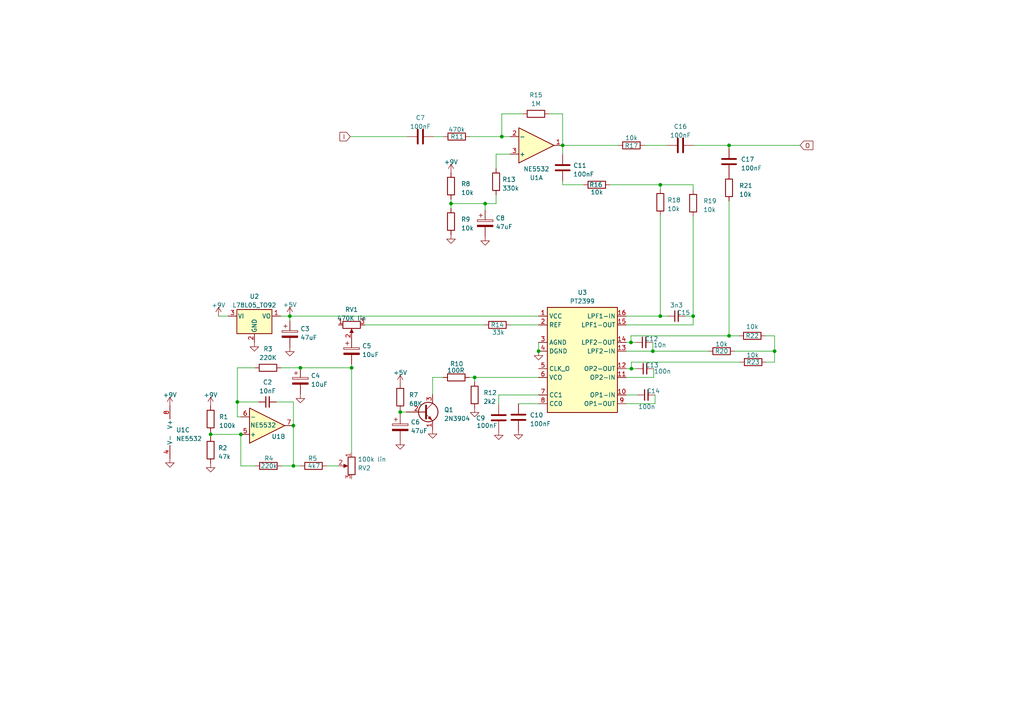
<source format=kicad_sch>
(kicad_sch (version 20230121) (generator eeschema)
  (paper "A4")
  (title_block (title "Little Angel Chorus") (date "2023-05-25") (rev "3.0 - Birthday Edition") (company "Rick Holt - Frequency Central"))
  (lib_symbols
    (symbol "Amplifier_Operational:NE5532" (pin_names (offset 0.127))
      (property "Reference" "U" (at 0 5.08 0))
      (property "Value" "NE5532" (at 0 -5.08 0))
      (symbol "NE5532_1_1"
        (polyline (pts (xy -5.08 5.08) (xy 5.08 0) (xy -5.08 -5.08) (xy -5.08 5.08)) (stroke (width 0.254)) (fill (type background)))
        (pin output line (at 7.62 0 180) (length 2.54) (name "~") (number "1"))
        (pin input line (at -7.62 -2.54 0) (length 2.54) (name "-") (number "2"))
        (pin input line (at -7.62 2.54 0) (length 2.54) (name "+") (number "3"))
      )
      (symbol "NE5532_2_1"
        (polyline (pts (xy -5.08 5.08) (xy 5.08 0) (xy -5.08 -5.08) (xy -5.08 5.08)) (stroke (width 0.254)) (fill (type background)))
        (pin input line (at -7.62 2.54 0) (length 2.54) (name "+") (number "5"))
        (pin input line (at -7.62 -2.54 0) (length 2.54) (name "-") (number "6"))
        (pin output line (at 7.62 0 180) (length 2.54) (name "~") (number "7"))
      )
      (symbol "NE5532_3_1"
        (pin power_in line (at -2.54 -7.62 90) (length 3.81) (name "V-") (number "4"))
        (pin power_in line (at -2.54 7.62 270) (length 3.81) (name "V+") (number "8"))
      )
    )
    (symbol "Audio:PT2399"
      (property "Reference" "U" (at 0 17.78 0))
      (property "Value" "PT2399" (at 0 -17.78 0))
      (symbol "PT2399_0_1"
        (rectangle (start -10.16 15.24) (end 10.16 -15.24) (stroke (width 0.254)) (fill (type background)))
      )
      (symbol "PT2399_1_1"
        (pin power_in line (at -12.7 12.7 0) (length 2.54) (name "VCC") (number "1"))
        (pin input line (at 12.7 -10.16 180) (length 2.54) (name "OP1-IN") (number "10"))
        (pin input line (at 12.7 -5.08 180) (length 2.54) (name "OP2-IN") (number "11"))
        (pin output line (at 12.7 -2.54 180) (length 2.54) (name "OP2-OUT") (number "12"))
        (pin input line (at 12.7 2.54 180) (length 2.54) (name "LPF2-IN") (number "13"))
        (pin output line (at 12.7 5.08 180) (length 2.54) (name "LPF2-OUT") (number "14"))
        (pin output line (at 12.7 10.16 180) (length 2.54) (name "LPF1-OUT") (number "15"))
        (pin input line (at 12.7 12.7 180) (length 2.54) (name "LPF1-IN") (number "16"))
        (pin passive line (at -12.7 10.16 0) (length 2.54) (name "REF") (number "2"))
        (pin power_in line (at -12.7 5.08 0) (length 2.54) (name "AGND") (number "3"))
        (pin power_in line (at -12.7 2.54 0) (length 2.54) (name "DGND") (number "4"))
        (pin passive line (at -12.7 -2.54 0) (length 2.54) (name "CLK_O") (number "5"))
        (pin passive line (at -12.7 -5.08 0) (length 2.54) (name "VCO") (number "6"))
        (pin passive line (at -12.7 -10.16 0) (length 2.54) (name "CC1") (number "7"))
        (pin passive line (at -12.7 -12.7 0) (length 2.54) (name "CC0") (number "8"))
        (pin output line (at 12.7 -12.7 180) (length 2.54) (name "OP1-OUT") (number "9"))
      )
    )
    (symbol "Device:C" (pin_numbers hide) (pin_names (offset 0.254))
      (property "Reference" "C" (at 0.635 2.54 0))
      (property "Value" "C" (at 0.635 -2.54 0))
      (symbol "C_0_1"
        (polyline (pts (xy -2.032 -0.762) (xy 2.032 -0.762)) (stroke (width 0.508)))
        (polyline (pts (xy -2.032 0.762) (xy 2.032 0.762)) (stroke (width 0.508)))
      )
      (symbol "C_1_1"
        (pin passive line (at 0 3.81 270) (length 2.794) (name "~") (number "1"))
        (pin passive line (at 0 -3.81 90) (length 2.794) (name "~") (number "2"))
      )
    )
    (symbol "Device:C_Polarized" (pin_numbers hide) (pin_names (offset 0.254))
      (property "Reference" "C" (at 0.635 2.54 0))
      (property "Value" "C_Polarized" (at 0.635 -2.54 0))
      (symbol "C_Polarized_0_1"
        (rectangle (start -2.286 0.508) (end 2.286 1.016))
        (polyline (pts (xy -1.778 2.286) (xy -0.762 2.286)))
        (polyline (pts (xy -1.27 2.794) (xy -1.27 1.778)))
        (rectangle (start 2.286 -0.508) (end -2.286 -1.016) (fill (type outline)))
      )
      (symbol "C_Polarized_1_1"
        (pin passive line (at 0 3.81 270) (length 2.794) (name "~") (number "1"))
        (pin passive line (at 0 -3.81 90) (length 2.794) (name "~") (number "2"))
      )
    )
    (symbol "Device:C_Small" (pin_numbers hide) (pin_names (offset 0.254) hide)
      (property "Reference" "C" (at 0.254 1.778 0))
      (property "Value" "C_Small" (at 0.254 -2.032 0))
      (symbol "C_Small_0_1"
        (polyline (pts (xy -1.524 -0.508) (xy 1.524 -0.508)) (stroke (width 0.3302)))
        (polyline (pts (xy -1.524 0.508) (xy 1.524 0.508)) (stroke (width 0.3048)))
      )
      (symbol "C_Small_1_1"
        (pin passive line (at 0 2.54 270) (length 2.032) (name "~") (number "1"))
        (pin passive line (at 0 -2.54 90) (length 2.032) (name "~") (number "2"))
      )
    )
    (symbol "Device:R" (pin_numbers hide) (pin_names (offset 0))
      (property "Reference" "R" (at 2.032 0 90))
      (property "Value" "R" (at 0 0 90))
      (symbol "R_0_1"
        (rectangle (start -1.016 -2.54) (end 1.016 2.54) (stroke (width 0.254)))
      )
      (symbol "R_1_1"
        (pin passive line (at 0 3.81 270) (length 1.27) (name "~") (number "1"))
        (pin passive line (at 0 -3.81 90) (length 1.27) (name "~") (number "2"))
      )
    )
    (symbol "Device:R_Potentiometer" (pin_names (offset 1.016) hide)
      (property "Reference" "RV" (at -4.445 0 90))
      (property "Value" "R_Potentiometer" (at -2.54 0 90))
      (symbol "R_Potentiometer_0_1"
        (polyline (pts (xy 2.54 0) (xy 1.524 0)))
        (polyline (pts (xy 1.143 0) (xy 2.286 0.508) (xy 2.286 -0.508) (xy 1.143 0)) (fill (type outline)))
        (rectangle (start 1.016 2.54) (end -1.016 -2.54) (stroke (width 0.254)))
      )
      (symbol "R_Potentiometer_1_1"
        (pin passive line (at 0 3.81 270) (length 1.27) (name "1") (number "1"))
        (pin passive line (at 3.81 0 180) (length 1.27) (name "2") (number "2"))
        (pin passive line (at 0 -3.81 90) (length 1.27) (name "3") (number "3"))
      )
    )
    (symbol "Regulator_Linear:L78L05_TO92" (pin_names (offset 0.254))
      (property "Reference" "U" (at -3.81 3.175 0))
      (property "Value" "L78L05_TO92" (at 0 3.175 0))
      (symbol "L78L05_TO92_0_1"
        (rectangle (start -5.08 -5.08) (end 5.08 1.905) (stroke (width 0.254)) (fill (type background)))
      )
      (symbol "L78L05_TO92_1_1"
        (pin power_out line (at 7.62 0 180) (length 2.54) (name "VO") (number "1"))
        (pin power_in line (at 0 -7.62 90) (length 2.54) (name "GND") (number "2"))
        (pin power_in line (at -7.62 0 0) (length 2.54) (name "VI") (number "3"))
      )
    )
    (symbol "Transistor_BJT:2N3904" (pin_names (offset 0) hide)
      (property "Reference" "Q" (at 5.08 1.905 0))
      (property "Value" "2N3904" (at 5.08 0 0))
      (symbol "2N3904_0_1"
        (polyline (pts (xy 0.635 0.635) (xy 2.54 2.54)))
        (polyline (pts (xy 0.635 -0.635) (xy 2.54 -2.54) (xy 2.54 -2.54)))
        (polyline (pts (xy 0.635 1.905) (xy 0.635 -1.905) (xy 0.635 -1.905)) (stroke (width 0.508)))
        (polyline (pts (xy 1.27 -1.778) (xy 1.778 -1.27) (xy 2.286 -2.286) (xy 1.27 -1.778) (xy 1.27 -1.778)) (fill (type outline)))
        (circle (center 1.27 0) (radius 2.8194) (stroke (width 0.254)))
      )
      (symbol "2N3904_1_1"
        (pin passive line (at 2.54 -5.08 90) (length 2.54) (name "E") (number "1"))
        (pin passive line (at -5.08 0 0) (length 5.715) (name "B") (number "2"))
        (pin passive line (at 2.54 5.08 270) (length 2.54) (name "C") (number "3"))
      )
    )
    (symbol "power:+5V" (power) (pin_names (offset 0))
      (property "Value" "+5V" (at 0 3.556 0))
      (symbol "+5V_0_1"
        (polyline (pts (xy -0.762 1.27) (xy 0 2.54)))
        (polyline (pts (xy 0 0) (xy 0 2.54)))
        (polyline (pts (xy 0 2.54) (xy 0.762 1.27)))
      )
      (symbol "+5V_1_1"
        (pin power_in line (at 0 0 90) (length 0) hide (name "+5V") (number "1"))
      )
    )
    (symbol "power:+9V" (power) (pin_names (offset 0))
      (property "Value" "+9V" (at 0 3.556 0))
      (symbol "+9V_0_1"
        (polyline (pts (xy -0.762 1.27) (xy 0 2.54)))
        (polyline (pts (xy 0 0) (xy 0 2.54)))
        (polyline (pts (xy 0 2.54) (xy 0.762 1.27)))
      )
      (symbol "+9V_1_1"
        (pin power_in line (at 0 0 90) (length 0) hide (name "+9V") (number "1"))
      )
    )
    (symbol "power:GND" (power) (pin_names (offset 0))
      (property "Value" "GND" (at 0 -3.81 0))
      (symbol "GND_0_1"
        (polyline (pts (xy 0 0) (xy 0 -1.27) (xy 1.27 -1.27) (xy 0 -2.54) (xy -1.27 -1.27) (xy 0 -1.27)))
      )
      (symbol "GND_1_1"
        (pin power_in line (at 0 0 270) (length 0) hide (name "GND") (number "1"))
      )
    )
  )
  (junction (at 137.668 109.474))
  (junction (at 61.087 125.984))
  (junction (at 156.21 101.854))
  (junction (at 191.516 91.694))
  (junction (at 101.981 106.68))
  (junction (at 87.122 106.68))
  (junction (at 140.716 59.055))
  (junction (at 201.041 91.694))
  (junction (at 224.663 101.854))
  (junction (at 183.007 99.314))
  (junction (at 189.357 101.854))
  (junction (at 85.09 135.128))
  (junction (at 183.134 106.934))
  (junction (at 69.85 125.984))
  (junction (at 145.542 39.624))
  (junction (at 116.078 119.507))
  (junction (at 211.455 42.164))
  (junction (at 84.074 91.694))
  (junction (at 130.81 59.055))
  (junction (at 163.195 42.164))
  (junction (at 68.834 116.586))
  (junction (at 85.09 123.444))
  (junction (at 191.516 53.594))
  (junction (at 211.455 97.409))
  (wire (pts (xy 176.911 53.594) (xy 191.516 53.594)))
  (wire (pts (xy 189.992 117.094) (xy 189.992 114.554)))
  (wire (pts (xy 101.981 106.68) (xy 101.981 105.664)))
  (wire (pts (xy 198.755 91.694) (xy 201.041 91.694)))
  (wire (pts (xy 84.074 91.694) (xy 156.21 91.694)))
  (wire (pts (xy 163.195 42.164) (xy 179.324 42.164)))
  (wire (pts (xy 84.074 93.091) (xy 84.074 91.694)))
  (wire (pts (xy 189.357 101.854) (xy 205.486 101.854)))
  (wire (pts (xy 105.791 94.234) (xy 140.462 94.234)))
  (wire (pts (xy 68.834 120.904) (xy 69.85 120.904)))
  (wire (pts (xy 148.082 94.234) (xy 156.21 94.234)))
  (wire (pts (xy 211.455 97.409) (xy 214.376 97.409)))
  (wire (pts (xy 186.944 42.164) (xy 193.548 42.164)))
  (wire (pts (xy 224.663 101.854) (xy 224.663 105.029)))
  (wire (pts (xy 81.407 91.694) (xy 84.074 91.694)))
  (wire (pts (xy 117.856 119.507) (xy 116.078 119.507)))
  (wire (pts (xy 224.663 97.409) (xy 224.663 101.854)))
  (wire (pts (xy 221.996 97.409) (xy 224.663 97.409)))
  (wire (pts (xy 189.611 109.474) (xy 189.611 106.934)))
  (wire (pts (xy 136.271 39.624) (xy 145.542 39.624)))
  (wire (pts (xy 163.195 53.594) (xy 169.291 53.594)))
  (wire (pts (xy 183.007 97.409) (xy 183.007 99.314)))
  (wire (pts (xy 181.61 91.694) (xy 191.516 91.694)))
  (wire (pts (xy 163.195 42.164) (xy 163.195 33.02)))
  (wire (pts (xy 224.663 105.029) (xy 222.25 105.029)))
  (wire (pts (xy 61.087 125.984) (xy 69.85 125.984)))
  (wire (pts (xy 68.834 106.68) (xy 68.834 116.586)))
  (wire (pts (xy 211.455 58.293) (xy 211.455 97.409)))
  (wire (pts (xy 61.087 125.984) (xy 61.087 126.746)))
  (wire (pts (xy 181.61 117.094) (xy 189.992 117.094)))
  (wire (pts (xy 163.195 42.164) (xy 163.195 44.831)))
  (wire (pts (xy 73.914 106.68) (xy 68.834 106.68)))
  (wire (pts (xy 183.134 106.934) (xy 184.531 106.934)))
  (wire (pts (xy 183.134 105.029) (xy 183.134 106.934)))
  (wire (pts (xy 101.981 106.68) (xy 101.981 131.318)))
  (wire (pts (xy 181.61 99.314) (xy 183.007 99.314)))
  (wire (pts (xy 163.195 52.451) (xy 163.195 53.594)))
  (wire (pts (xy 191.516 53.594) (xy 201.041 53.594)))
  (wire (pts (xy 81.661 135.128) (xy 85.09 135.128)))
  (wire (pts (xy 130.81 60.452) (xy 130.81 59.055)))
  (wire (pts (xy 181.61 94.234) (xy 201.041 94.234)))
  (wire (pts (xy 101.6 39.624) (xy 118.11 39.624)))
  (wire (pts (xy 201.041 91.694) (xy 201.041 94.234)))
  (wire (pts (xy 211.455 42.164) (xy 232.029 42.164)))
  (wire (pts (xy 125.476 109.474) (xy 125.476 114.427)))
  (wire (pts (xy 145.542 39.624) (xy 147.955 39.624)))
  (wire (pts (xy 130.81 59.055) (xy 130.81 57.785)))
  (wire (pts (xy 214.63 105.029) (xy 183.134 105.029)))
  (wire (pts (xy 128.524 109.474) (xy 125.476 109.474)))
  (wire (pts (xy 191.516 62.484) (xy 191.516 91.694)))
  (wire (pts (xy 80.137 116.586) (xy 85.09 116.586)))
  (wire (pts (xy 69.85 135.128) (xy 74.041 135.128)))
  (wire (pts (xy 151.638 33.02) (xy 145.542 33.02)))
  (wire (pts (xy 87.122 106.68) (xy 101.981 106.68)))
  (wire (pts (xy 75.057 116.586) (xy 68.834 116.586)))
  (wire (pts (xy 85.09 116.586) (xy 85.09 123.444)))
  (wire (pts (xy 156.21 99.314) (xy 156.21 101.854)))
  (wire (pts (xy 213.106 101.854) (xy 224.663 101.854)))
  (wire (pts (xy 143.891 44.704) (xy 143.891 48.895)))
  (wire (pts (xy 201.041 62.738) (xy 201.041 91.694)))
  (wire (pts (xy 94.742 135.128) (xy 98.171 135.128)))
  (wire (pts (xy 116.078 119.507) (xy 116.078 118.999)))
  (wire (pts (xy 183.134 106.934) (xy 181.61 106.934)))
  (wire (pts (xy 181.61 109.474) (xy 189.611 109.474)))
  (wire (pts (xy 130.81 59.055) (xy 140.716 59.055)))
  (wire (pts (xy 137.668 109.474) (xy 137.668 110.744)))
  (wire (pts (xy 116.078 119.507) (xy 116.078 120.142)))
  (wire (pts (xy 145.542 33.02) (xy 145.542 39.624)))
  (wire (pts (xy 201.168 42.164) (xy 211.455 42.164)))
  (wire (pts (xy 85.09 135.128) (xy 87.122 135.128)))
  (wire (pts (xy 140.716 60.96) (xy 140.716 59.055)))
  (wire (pts (xy 183.007 97.409) (xy 211.455 97.409)))
  (wire (pts (xy 144.653 114.554) (xy 156.21 114.554)))
  (wire (pts (xy 181.61 101.854) (xy 189.357 101.854)))
  (wire (pts (xy 189.357 99.314) (xy 189.357 101.854)))
  (wire (pts (xy 143.891 59.055) (xy 140.716 59.055)))
  (wire (pts (xy 211.455 42.164) (xy 211.455 43.053)))
  (wire (pts (xy 66.167 91.694) (xy 63.373 91.694)))
  (wire (pts (xy 136.144 109.474) (xy 137.668 109.474)))
  (wire (pts (xy 68.834 116.586) (xy 68.834 120.904)))
  (wire (pts (xy 69.85 125.984) (xy 69.85 135.128)))
  (wire (pts (xy 85.09 123.444) (xy 85.09 135.128)))
  (wire (pts (xy 163.195 33.02) (xy 159.258 33.02)))
  (wire (pts (xy 143.891 56.515) (xy 143.891 59.055)))
  (wire (pts (xy 61.087 125.349) (xy 61.087 125.984)))
  (wire (pts (xy 183.007 99.314) (xy 184.277 99.314)))
  (wire (pts (xy 137.668 109.474) (xy 156.21 109.474)))
  (wire (pts (xy 147.955 44.704) (xy 143.891 44.704)))
  (wire (pts (xy 156.21 117.094) (xy 150.368 117.094)))
  (wire (pts (xy 81.534 106.68) (xy 87.122 106.68)))
  (wire (pts (xy 201.041 53.594) (xy 201.041 55.118)))
  (wire (pts (xy 191.516 91.694) (xy 193.675 91.694)))
  (wire (pts (xy 150.368 117.094) (xy 150.368 117.221)))
  (wire (pts (xy 144.653 117.348) (xy 144.653 114.554)))
  (wire (pts (xy 125.73 39.624) (xy 128.651 39.624)))
  (wire (pts (xy 191.516 54.864) (xy 191.516 53.594)))
  (wire (pts (xy 181.61 114.554) (xy 184.912 114.554)))
  (global_label "I" (shape input) (at 101.6 39.624 180) (property "Intersheetrefs" "${INTERSHEET_REFS}" (effects hide)))
  (global_label "O" (shape input) (at 232.029 42.164 0) (property "Intersheetrefs" "${INTERSHEET_REFS}" (effects hide)))
  (symbol (lib_id "Device:C") (at 121.92 39.624 90) (unit 1)
    (property "Reference" "C7" (at 121.92 34.163 90))
    (property "Value" "100nF" (at 121.92 36.703 90))
    (property "Footprint" "Capacitor_THT:C_Disc_D7.0mm_W2.5mm_P5.00mm" (effects hide))
  )
  (symbol (lib_id "power:GND") (at 87.122 114.3 0) (unit 1)
    (property "Reference" "#PWR010" (effects hide))
    (property "Value" "Earth" (effects hide))
  )
  (symbol (lib_id "Device:R") (at 77.851 135.128 90) (unit 1)
    (property "Reference" "R4" (at 77.978 132.969 90))
    (property "Value" "220k" (at 77.978 135.128 90))
    (property "Footprint" "Resistor_THT:R_Axial_DIN0204_L3.6mm_D1.6mm_P7.62mm_Horizontal" (effects hide))
  )
  (symbol (lib_id "power:+9V") (at 130.81 50.165 0) (unit 1)
    (property "Reference" "#PWR016" (effects hide))
    (property "Value" "+9V" (at 130.81 46.99 0))
  )
  (symbol (lib_id "Device:C_Polarized") (at 84.074 96.901 0) (unit 1)
    (property "Reference" "C3" (at 87.122 95.377 0) (effects (justify left)))
    (property "Value" "47uF" (at 87.122 97.917 0) (effects (justify left)))
    (property "Footprint" "Capacitor_THT:CP_Radial_D6.3mm_P2.50mm" (effects hide))
  )
  (symbol (lib_id "Device:R") (at 183.134 42.164 90) (unit 1)
    (property "Reference" "R17" (at 183.134 42.291 90))
    (property "Value" "10k" (at 183.134 40.005 90))
    (property "Footprint" "Resistor_THT:R_Axial_DIN0204_L3.6mm_D1.6mm_P7.62mm_Horizontal" (effects hide))
  )
  (symbol (lib_id "Device:R") (at 218.186 97.409 270) (unit 1)
    (property "Reference" "R22" (at 218.186 97.409 90))
    (property "Value" "10k" (at 218.186 94.742 90))
    (property "Footprint" "Resistor_THT:R_Axial_DIN0204_L3.6mm_D1.6mm_P7.62mm_Horizontal" (effects hide))
  )
  (symbol (lib_id "Device:C_Polarized") (at 140.716 64.77 0) (unit 1)
    (property "Reference" "C8" (at 143.764 63.246 0) (effects (justify left)))
    (property "Value" "47uF" (at 143.764 65.786 0) (effects (justify left)))
    (property "Footprint" "Capacitor_THT:CP_Radial_D6.3mm_P2.50mm" (effects hide))
  )
  (symbol (lib_id "Device:R_Potentiometer") (at 101.981 94.234 90) (mirror x) (unit 1)
    (property "Reference" "RV1" (at 101.981 89.789 90))
    (property "Value" "470K lin" (at 101.981 92.329 90))
    (property "Footprint" "Potentiometer_THT:Potentiometer_Alpha_RD901F-40-00D_Single_Vertical" (effects hide))
  )
  (symbol (lib_id "power:GND") (at 73.787 99.314 0) (unit 1)
    (property "Reference" "#PWR07" (effects hide))
    (property "Value" "Earth" (effects hide))
  )
  (symbol (lib_id "power:GND") (at 156.21 101.854 0) (unit 1)
    (property "Reference" "#PWR022" (effects hide))
    (property "Value" "Earth" (effects hide))
  )
  (symbol (lib_id "Device:R") (at 144.272 94.234 90) (unit 1)
    (property "Reference" "R14" (at 144.272 94.234 90))
    (property "Value" "33k" (at 144.526 96.393 90))
    (property "Footprint" "Resistor_THT:R_Axial_DIN0204_L3.6mm_D1.6mm_P7.62mm_Horizontal" (effects hide))
  )
  (symbol (lib_id "Device:R") (at 173.101 53.594 90) (unit 1)
    (property "Reference" "R16" (at 172.847 53.594 90))
    (property "Value" "10k" (at 173.101 55.753 90))
    (property "Footprint" "Resistor_THT:R_Axial_DIN0204_L3.6mm_D1.6mm_P7.62mm_Horizontal" (effects hide))
  )
  (symbol (lib_id "power:GND") (at 61.087 134.366 0) (unit 1)
    (property "Reference" "#PWR04" (effects hide))
    (property "Value" "Earth" (effects hide))
  )
  (symbol (lib_id "power:+5V") (at 116.078 111.379 0) (unit 1)
    (property "Reference" "#PWR013" (effects hide))
    (property "Value" "+5V" (at 116.078 108.077 0))
  )
  (symbol (lib_id "Device:R") (at 155.448 33.02 90) (unit 1)
    (property "Reference" "R15" (at 155.448 27.559 90))
    (property "Value" "1M" (at 155.448 30.099 90))
    (property "Footprint" "Resistor_THT:R_Axial_DIN0204_L3.6mm_D1.6mm_P7.62mm_Horizontal" (effects hide))
  )
  (symbol (lib_id "Device:R") (at 132.461 39.624 90) (unit 1)
    (property "Reference" "R11" (at 132.588 39.624 90))
    (property "Value" "470k" (at 132.461 37.592 90))
    (property "Footprint" "Resistor_THT:R_Axial_DIN0204_L3.6mm_D1.6mm_P7.62mm_Horizontal" (effects hide))
  )
  (symbol (lib_id "Device:C_Small") (at 77.597 116.586 90) (unit 1)
    (property "Reference" "C2" (at 77.6033 110.871 90))
    (property "Value" "10nF" (at 77.6033 113.411 90))
    (property "Footprint" "Capacitor_THT:C_Disc_D7.0mm_W2.5mm_P5.00mm" (effects hide))
  )
  (symbol (lib_id "Device:C_Small") (at 196.215 91.694 90) (unit 1)
    (property "Reference" "C15" (at 198.247 90.678 90))
    (property "Value" "3n3" (at 196.2213 88.519 90))
    (property "Footprint" "Capacitor_THT:C_Disc_D7.0mm_W2.5mm_P5.00mm" (effects hide))
  )
  (symbol (lib_id "Audio:PT2399") (at 168.91 104.394 0) (unit 1)
    (property "Reference" "U3" (at 168.91 84.836 0))
    (property "Value" "PT2399" (at 168.91 87.376 0))
    (property "Footprint" "Package_DIP:DIP-16_W7.62mm" (effects hide))
    (property "Datasheet" "http://sound.westhost.com/pt2399.pdf" (effects hide))
  )
  (symbol (lib_id "Device:C_Polarized") (at 101.981 101.854 0) (unit 1)
    (property "Reference" "C5" (at 105.029 100.33 0) (effects (justify left)))
    (property "Value" "10uF" (at 105.029 102.87 0) (effects (justify left)))
    (property "Footprint" "Capacitor_THT:CP_Radial_D6.3mm_P2.50mm" (effects hide))
  )
  (symbol (lib_id "Device:C") (at 197.358 42.164 90) (unit 1)
    (property "Reference" "C16" (at 197.358 36.703 90))
    (property "Value" "100nF" (at 197.358 39.243 90))
    (property "Footprint" "Capacitor_THT:C_Disc_D7.0mm_W2.5mm_P5.00mm" (effects hide))
  )
  (symbol (lib_id "Device:R") (at 209.296 101.854 270) (unit 1)
    (property "Reference" "R20" (at 209.296 101.854 90))
    (property "Value" "10k" (at 209.296 99.822 90))
    (property "Footprint" "Resistor_THT:R_Axial_DIN0204_L3.6mm_D1.6mm_P7.62mm_Horizontal" (effects hide))
  )
  (symbol (lib_id "power:GND") (at 125.476 124.587 0) (unit 1)
    (property "Reference" "#PWR015" (effects hide))
    (property "Value" "Earth" (effects hide))
  )
  (symbol (lib_id "Device:R") (at 132.334 109.474 90) (unit 1)
    (property "Reference" "R10" (at 132.461 105.537 90))
    (property "Value" "100R" (at 132.207 107.442 90))
    (property "Footprint" "Resistor_THT:R_Axial_DIN0204_L3.6mm_D1.6mm_P7.62mm_Horizontal" (effects hide))
  )
  (symbol (lib_id "Device:R") (at 77.724 106.68 90) (unit 1)
    (property "Reference" "R3" (at 77.724 101.219 90))
    (property "Value" "220K" (at 77.724 103.759 90))
    (property "Footprint" "Resistor_THT:R_Axial_DIN0204_L3.6mm_D1.6mm_P7.62mm_Horizontal" (effects hide))
  )
  (symbol (lib_id "power:GND") (at 150.368 124.841 0) (unit 1)
    (property "Reference" "#PWR021" (effects hide))
    (property "Value" "Earth" (effects hide))
  )
  (symbol (lib_id "Device:R") (at 211.455 54.483 180) (unit 1)
    (property "Reference" "R21" (at 214.376 53.848 0) (effects (justify right)))
    (property "Value" "10k" (at 214.376 56.388 0) (effects (justify right)))
    (property "Footprint" "Resistor_THT:R_Axial_DIN0204_L3.6mm_D1.6mm_P7.62mm_Horizontal" (effects hide))
  )
  (symbol (lib_id "Device:R") (at 61.087 121.539 180) (unit 1)
    (property "Reference" "R1" (at 63.5 120.904 0) (effects (justify right)))
    (property "Value" "100k" (at 63.5 123.444 0) (effects (justify right)))
    (property "Footprint" "Resistor_THT:R_Axial_DIN0204_L3.6mm_D1.6mm_P7.62mm_Horizontal" (effects hide))
  )
  (symbol (lib_id "Device:R") (at 218.44 105.029 270) (unit 1)
    (property "Reference" "R23" (at 218.44 105.029 90))
    (property "Value" "10k" (at 218.313 102.997 90))
    (property "Footprint" "Resistor_THT:R_Axial_DIN0204_L3.6mm_D1.6mm_P7.62mm_Horizontal" (effects hide))
  )
  (symbol (lib_id "Device:R") (at 143.891 52.705 180) (unit 1)
    (property "Reference" "R13" (at 145.669 52.07 0) (effects (justify right)))
    (property "Value" "330k" (at 145.669 54.61 0) (effects (justify right)))
    (property "Footprint" "Resistor_THT:R_Axial_DIN0204_L3.6mm_D1.6mm_P7.62mm_Horizontal" (effects hide))
  )
  (symbol (lib_id "Device:C") (at 144.653 121.158 180) (unit 1)
    (property "Reference" "C9" (at 138.049 121.285 0) (effects (justify right)))
    (property "Value" "100nF" (at 138.176 123.444 0) (effects (justify right)))
    (property "Footprint" "Capacitor_THT:C_Disc_D7.0mm_W2.5mm_P5.00mm" (effects hide))
  )
  (symbol (lib_id "Device:R") (at 130.81 64.262 180) (unit 1)
    (property "Reference" "R9" (at 133.731 63.627 0) (effects (justify right)))
    (property "Value" "10k" (at 133.731 66.167 0) (effects (justify right)))
    (property "Footprint" "Resistor_THT:R_Axial_DIN0204_L3.6mm_D1.6mm_P7.62mm_Horizontal" (effects hide))
  )
  (symbol (lib_id "Transistor_BJT:2N3904") (at 122.936 119.507 0) (unit 1)
    (property "Reference" "Q1" (at 128.778 118.872 0) (effects (justify left)))
    (property "Value" "2N3904" (at 128.778 121.412 0) (effects (justify left)))
    (property "Footprint" "Package_TO_SOT_THT:TO-92S_Wide" (effects hide))
    (property "Datasheet" "https://www.onsemi.com/pub/Collateral/2N3903-D.PDF" (effects hide))
  )
  (symbol (lib_id "Device:R") (at 61.087 130.556 180) (unit 1)
    (property "Reference" "R2" (at 63.246 129.921 0) (effects (justify right)))
    (property "Value" "47k" (at 63.246 132.461 0) (effects (justify right)))
    (property "Footprint" "Resistor_THT:R_Axial_DIN0204_L3.6mm_D1.6mm_P7.62mm_Horizontal" (effects hide))
  )
  (symbol (lib_id "power:GND") (at 137.668 118.364 0) (unit 1)
    (property "Reference" "#PWR018" (effects hide))
    (property "Value" "Earth" (effects hide))
  )
  (symbol (lib_id "Device:C") (at 163.195 48.641 180) (unit 1)
    (property "Reference" "C11" (at 166.243 48.006 0) (effects (justify right)))
    (property "Value" "100nF" (at 166.243 50.546 0) (effects (justify right)))
    (property "Footprint" "Capacitor_THT:C_Disc_D7.0mm_W2.5mm_P5.00mm" (effects hide))
  )
  (symbol (lib_id "power:GND") (at 49.276 132.969 0) (unit 1)
    (property "Reference" "#PWR02" (effects hide))
    (property "Value" "Earth" (effects hide))
  )
  (symbol (lib_id "power:+9V") (at 63.373 91.694 0) (unit 1)
    (property "Reference" "#PWR05" (effects hide))
    (property "Value" "+9V" (at 63.373 88.519 0))
  )
  (symbol (lib_id "power:GND") (at 116.078 127.762 0) (unit 1)
    (property "Reference" "#PWR014" (effects hide))
    (property "Value" "Earth" (effects hide))
  )
  (symbol (lib_id "Device:R") (at 191.516 58.674 180) (unit 1)
    (property "Reference" "R18" (at 193.548 58.039 0) (effects (justify right)))
    (property "Value" "10k" (at 193.548 60.579 0) (effects (justify right)))
    (property "Footprint" "Resistor_THT:R_Axial_DIN0204_L3.6mm_D1.6mm_P7.62mm_Horizontal" (effects hide))
  )
  (symbol (lib_id "Device:C_Small") (at 187.452 114.554 90) (unit 1)
    (property "Reference" "C14" (at 189.484 113.411 90))
    (property "Value" "100n" (at 187.579 117.983 90))
    (property "Footprint" "Capacitor_THT:C_Disc_D7.0mm_W2.5mm_P5.00mm" (effects hide))
  )
  (symbol (lib_id "Amplifier_Operational:NE5532") (at 51.816 125.349 0) (unit 3)
    (property "Reference" "U1" (at 51.054 124.714 0) (effects (justify left)))
    (property "Value" "NE5532" (at 51.054 127.254 0) (effects (justify left)))
    (property "Footprint" "Package_DIP:DIP-8_W7.62mm" (effects hide))
    (property "Datasheet" "http://www.ti.com/lit/ds/symlink/ne5532.pdf" (effects hide))
  )
  (symbol (lib_id "Device:C") (at 211.455 46.863 180) (unit 1)
    (property "Reference" "C17" (at 214.884 46.228 0) (effects (justify right)))
    (property "Value" "100nF" (at 214.884 48.768 0) (effects (justify right)))
    (property "Footprint" "Capacitor_THT:C_Disc_D7.0mm_W2.5mm_P5.00mm" (effects hide))
  )
  (symbol (lib_id "Device:C_Small") (at 186.817 99.314 90) (unit 1)
    (property "Reference" "C12" (at 188.976 98.298 90))
    (property "Value" "10n" (at 191.389 100.076 90))
    (property "Footprint" "Capacitor_THT:C_Disc_D7.0mm_W2.5mm_P5.00mm" (effects hide))
  )
  (symbol (lib_id "power:GND") (at 84.074 100.711 0) (unit 1)
    (property "Reference" "#PWR09" (effects hide))
    (property "Value" "Earth" (effects hide))
  )
  (symbol (lib_id "power:+9V") (at 49.276 117.729 0) (unit 1)
    (property "Reference" "#PWR01" (effects hide))
    (property "Value" "+9V" (at 49.276 114.554 0))
  )
  (symbol (lib_id "Device:R") (at 116.078 115.189 180) (unit 1)
    (property "Reference" "R7" (at 118.618 114.554 0) (effects (justify right)))
    (property "Value" "68K" (at 118.618 117.094 0) (effects (justify right)))
    (property "Footprint" "Resistor_THT:R_Axial_DIN0204_L3.6mm_D1.6mm_P7.62mm_Horizontal" (effects hide))
  )
  (symbol (lib_id "Regulator_Linear:L78L05_TO92") (at 73.787 91.694 0) (unit 1)
    (property "Reference" "U2" (at 73.787 85.979 0))
    (property "Value" "L78L05_TO92" (at 73.787 88.519 0))
    (property "Footprint" "Package_TO_SOT_THT:TO-92S_Wide" (effects hide))
    (property "Datasheet" "http://www.st.com/content/ccc/resource/technical/document/datasheet/15/55/e5/aa/23/5b/43/fd/CD00000446.pdf/files/CD00000446.pdf/jcr:content/translations/en.CD00000446.pdf" (effects hide))
  )
  (symbol (lib_id "power:GND") (at 130.81 68.072 0) (unit 1)
    (property "Reference" "#PWR017" (effects hide))
    (property "Value" "Earth" (effects hide))
  )
  (symbol (lib_id "Device:R") (at 137.668 114.554 180) (unit 1)
    (property "Reference" "R12" (at 140.208 113.919 0) (effects (justify right)))
    (property "Value" "2k2" (at 140.208 116.459 0) (effects (justify right)))
    (property "Footprint" "Resistor_THT:R_Axial_DIN0204_L3.6mm_D1.6mm_P7.62mm_Horizontal" (effects hide))
  )
  (symbol (lib_id "power:+5V") (at 84.074 91.694 0) (unit 1)
    (property "Reference" "#PWR08" (effects hide))
    (property "Value" "+5V" (at 84.074 88.392 0))
  )
  (symbol (lib_id "Device:C_Polarized") (at 87.122 110.49 0) (unit 1)
    (property "Reference" "C4" (at 90.17 108.966 0) (effects (justify left)))
    (property "Value" "10uF" (at 90.17 111.506 0) (effects (justify left)))
    (property "Footprint" "Capacitor_THT:CP_Radial_D6.3mm_P2.50mm" (effects hide))
  )
  (symbol (lib_id "power:+9V") (at 61.087 117.729 0) (unit 1)
    (property "Reference" "#PWR03" (effects hide))
    (property "Value" "+9V" (at 61.087 114.554 0))
  )
  (symbol (lib_id "Device:C_Small") (at 187.071 106.934 90) (unit 1)
    (property "Reference" "C13" (at 189.103 105.918 90))
    (property "Value" "100n" (at 192.151 107.696 90))
    (property "Footprint" "Capacitor_THT:C_Disc_D7.0mm_W2.5mm_P5.00mm" (effects hide))
  )
  (symbol (lib_id "Device:C_Polarized") (at 116.078 123.952 0) (unit 1)
    (property "Reference" "C6" (at 119.126 122.428 0) (effects (justify left)))
    (property "Value" "47uF" (at 119.126 124.968 0) (effects (justify left)))
    (property "Footprint" "Capacitor_THT:CP_Radial_D6.3mm_P2.50mm" (effects hide))
  )
  (symbol (lib_id "power:GND") (at 140.716 68.58 0) (unit 1)
    (property "Reference" "#PWR019" (effects hide))
    (property "Value" "Earth" (effects hide))
  )
  (symbol (lib_id "Device:C") (at 150.368 121.031 180) (unit 1)
    (property "Reference" "C10" (at 153.67 120.396 0) (effects (justify right)))
    (property "Value" "100nF" (at 153.67 122.936 0) (effects (justify right)))
    (property "Footprint" "Capacitor_THT:C_Disc_D7.0mm_W2.5mm_P5.00mm" (effects hide))
  )
  (symbol (lib_id "Device:R_Potentiometer") (at 101.981 135.128 0) (mirror y) (unit 1)
    (property "Reference" "RV2" (at 103.759 135.763 0) (effects (justify right)))
    (property "Value" "100k lin" (at 103.759 133.223 0) (effects (justify right)))
    (property "Footprint" "Potentiometer_THT:Potentiometer_Alpha_RD901F-40-00D_Single_Vertical" (effects hide))
  )
  (symbol (lib_id "Device:R") (at 201.041 58.928 180) (unit 1)
    (property "Reference" "R19" (at 203.962 58.293 0) (effects (justify right)))
    (property "Value" "10k" (at 203.962 60.833 0) (effects (justify right)))
    (property "Footprint" "Resistor_THT:R_Axial_DIN0204_L3.6mm_D1.6mm_P7.62mm_Horizontal" (effects hide))
  )
  (symbol (lib_id "Amplifier_Operational:NE5532") (at 155.575 42.164 0) (mirror x) (unit 1)
    (property "Reference" "U1" (at 155.575 51.562 0))
    (property "Value" "NE5532" (at 155.575 49.022 0))
    (property "Footprint" "Package_DIP:DIP-8_W7.62mm" (effects hide))
    (property "Datasheet" "http://www.ti.com/lit/ds/symlink/ne5532.pdf" (effects hide))
  )
  (symbol (lib_id "Amplifier_Operational:NE5532") (at 77.47 123.444 0) (mirror x) (unit 2)
    (property "Reference" "U1" (at 80.772 126.619 0))
    (property "Value" "NE5532" (at 76.327 123.317 0))
    (property "Footprint" "Package_DIP:DIP-8_W7.62mm" (effects hide))
    (property "Datasheet" "http://www.ti.com/lit/ds/symlink/ne5532.pdf" (effects hide))
  )
  (symbol (lib_id "Device:R") (at 90.932 135.128 90) (unit 1)
    (property "Reference" "R5" (at 90.678 132.969 90))
    (property "Value" "4k7" (at 91.059 135.128 90))
    (property "Footprint" "Resistor_THT:R_Axial_DIN0204_L3.6mm_D1.6mm_P7.62mm_Horizontal" (effects hide))
  )
  (symbol (lib_id "Device:R") (at 130.81 53.975 180) (unit 1)
    (property "Reference" "R8" (at 133.731 53.34 0) (effects (justify right)))
    (property "Value" "10k" (at 133.731 55.88 0) (effects (justify right)))
    (property "Footprint" "Resistor_THT:R_Axial_DIN0204_L3.6mm_D1.6mm_P7.62mm_Horizontal" (effects hide))
  )
  (symbol (lib_id "power:GND") (at 144.653 124.968 0) (unit 1)
    (property "Reference" "#PWR020" (effects hide))
    (property "Value" "Earth" (effects hide))
  )
  (sheet (at 21.59 246.38) (size 59.69 39.37) (stroke (width 0.1524))
    (property "Sheetname" "Hardware" (at 21.59 245.6684 0) (effects (justify left bottom)))
    (property "Sheetfile" "hardware.kicad_sch" (at 21.59 286.3346 0) (effects (justify left top)))
  )
)
</source>
